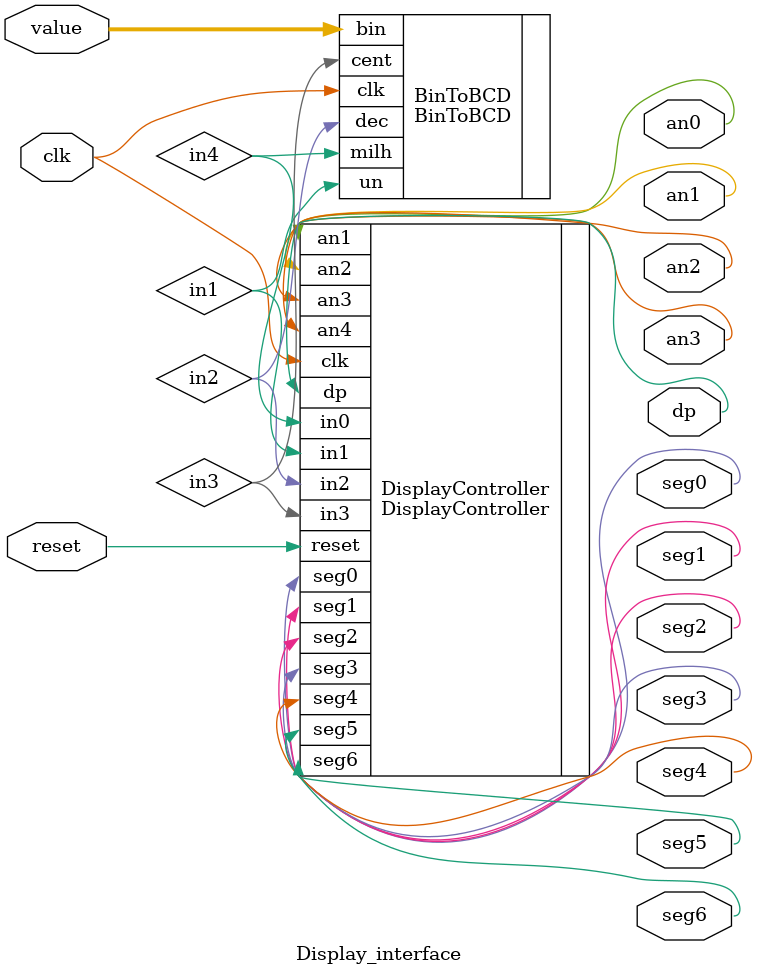
<source format=v>
`timescale 1ns / 1ps
module Display_interface(clk, value, reset, seg0,seg1,seg2,seg3,seg4,seg5,seg6,dp,an0,an1,an2,an3);
	input clk, reset;
	input [15:0] value;
	//reg [15:0] value1;
	output seg0,seg1,seg2,seg3,seg4,seg5,seg6,dp,an0,an1,an2,an3;
	wire in1, in2, in3, in4;
	 
	  BinToBCD BinToBCD (
	 .clk(clk),
    .bin(value), 
    .un(in1), 
    .dec(in2), 
    .cent(in3),
	 .milh(in4)
    );
	 
	 DisplayController DisplayController (
    .clk(clk), 
    .reset(reset), 
    .in0(in4), 
    .in1(in1), 
    .in2(in2), 
    .in3(in3), 
    .seg0(seg0), 
    .seg1(seg1), 
    .seg2(seg2), 
    .seg3(seg3), 
    .seg4(seg4), 
    .seg5(seg5), 
    .seg6(seg6), 
    .dp(dp), 
    .an1(an0), 
    .an2(an1), 
    .an3(an2), 
    .an4(an3)
    );


endmodule

</source>
